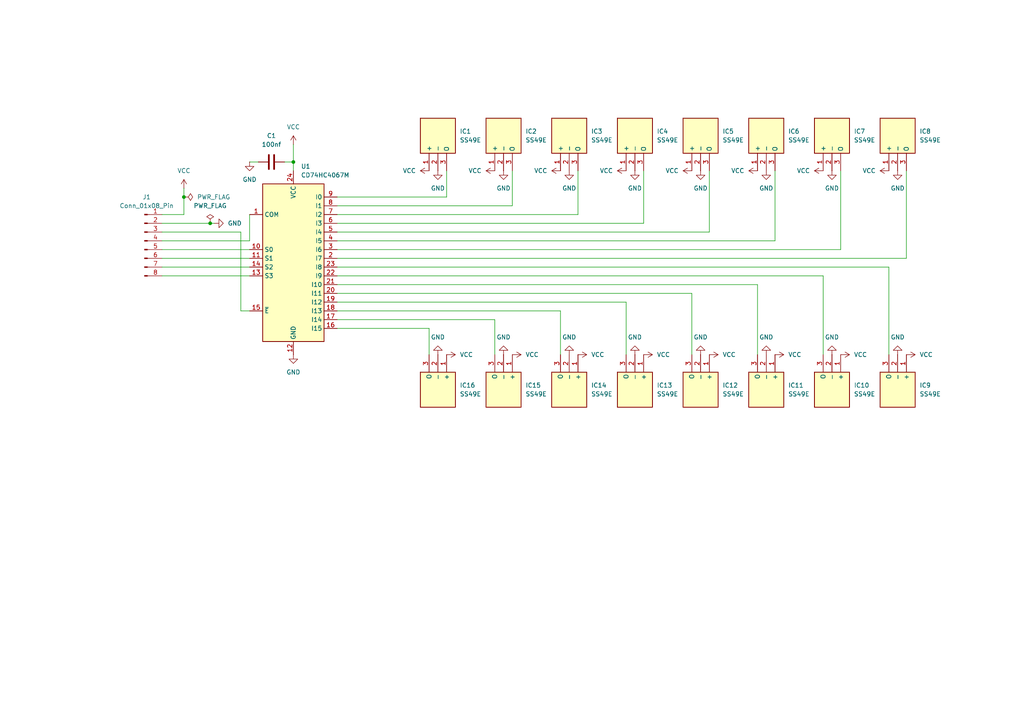
<source format=kicad_sch>
(kicad_sch (version 20231120) (generator "eeschema") (generator_version "8.0")
  (paper "A4")
  (title_block (title "Chessboard Hardware - Sensor quarter") (rev "0") (comment 1 "This is only one quarter of the entire sensing array.") (comment 2 "An Arduino Nano is expected to handle all four sensing quarters."))
  (lib_symbols
    (symbol "74xx:CD74HC4067M"
      (property "Reference" "U" (at -8.89 22.86 0))
      (property "Value" "CD74HC4067M" (at 1.27 22.86 0))
      (symbol "CD74HC4067M_0_1"
        (rectangle (start -8.89 21.59) (end 8.89 -24.13) (stroke (width 0.254)) (fill (type background)))
      )
      (symbol "CD74HC4067M_1_1"
        (pin passive line (at -12.7 12.7 0) (length 3.81) (name "COM") (number "1"))
        (pin input line (at -12.7 2.54 0) (length 3.81) (name "S0") (number "10"))
        (pin input line (at -12.7 0 0) (length 3.81) (name "S1") (number "11"))
        (pin power_in line (at 0 -27.94 90) (length 3.81) (name "GND") (number "12"))
        (pin input line (at -12.7 -5.08 0) (length 3.81) (name "S3") (number "13"))
        (pin input line (at -12.7 -2.54 0) (length 3.81) (name "S2") (number "14"))
        (pin input line (at -12.7 -15.24 0) (length 3.81) (name "~{E}") (number "15"))
        (pin passive line (at 12.7 -20.32 180) (length 3.81) (name "I15") (number "16"))
        (pin passive line (at 12.7 -17.78 180) (length 3.81) (name "I14") (number "17"))
        (pin passive line (at 12.7 -15.24 180) (length 3.81) (name "I13") (number "18"))
        (pin passive line (at 12.7 -12.7 180) (length 3.81) (name "I12") (number "19"))
        (pin passive line (at 12.7 0 180) (length 3.81) (name "I7") (number "2"))
        (pin passive line (at 12.7 -10.16 180) (length 3.81) (name "I11") (number "20"))
        (pin passive line (at 12.7 -7.62 180) (length 3.81) (name "I10") (number "21"))
        (pin passive line (at 12.7 -5.08 180) (length 3.81) (name "I9") (number "22"))
        (pin passive line (at 12.7 -2.54 180) (length 3.81) (name "I8") (number "23"))
        (pin power_in line (at 0 25.4 270) (length 3.81) (name "VCC") (number "24"))
        (pin passive line (at 12.7 2.54 180) (length 3.81) (name "I6") (number "3"))
        (pin passive line (at 12.7 5.08 180) (length 3.81) (name "I5") (number "4"))
        (pin passive line (at 12.7 7.62 180) (length 3.81) (name "I4") (number "5"))
        (pin passive line (at 12.7 10.16 180) (length 3.81) (name "I3") (number "6"))
        (pin passive line (at 12.7 12.7 180) (length 3.81) (name "I2") (number "7"))
        (pin passive line (at 12.7 15.24 180) (length 3.81) (name "I1") (number "8"))
        (pin passive line (at 12.7 17.78 180) (length 3.81) (name "I0") (number "9"))
      )
    )
    (symbol "Connector:Conn_01x08_Pin" (pin_names (offset 1.016) hide)
      (property "Reference" "J" (at 0 10.16 0))
      (property "Value" "Conn_01x08_Pin" (at 0 -12.7 0))
      (symbol "Conn_01x08_Pin_1_1"
        (polyline (pts (xy 1.27 -10.16) (xy 0.8636 -10.16)) (stroke (width 0.1524)))
        (polyline (pts (xy 1.27 -7.62) (xy 0.8636 -7.62)) (stroke (width 0.1524)))
        (polyline (pts (xy 1.27 -5.08) (xy 0.8636 -5.08)) (stroke (width 0.1524)))
        (polyline (pts (xy 1.27 -2.54) (xy 0.8636 -2.54)) (stroke (width 0.1524)))
        (polyline (pts (xy 1.27 0) (xy 0.8636 0)) (stroke (width 0.1524)))
        (polyline (pts (xy 1.27 2.54) (xy 0.8636 2.54)) (stroke (width 0.1524)))
        (polyline (pts (xy 1.27 5.08) (xy 0.8636 5.08)) (stroke (width 0.1524)))
        (polyline (pts (xy 1.27 7.62) (xy 0.8636 7.62)) (stroke (width 0.1524)))
        (rectangle (start 0.8636 -10.033) (end 0 -10.287) (stroke (width 0.1524)) (fill (type outline)))
        (rectangle (start 0.8636 -7.493) (end 0 -7.747) (stroke (width 0.1524)) (fill (type outline)))
        (rectangle (start 0.8636 -4.953) (end 0 -5.207) (stroke (width 0.1524)) (fill (type outline)))
        (rectangle (start 0.8636 -2.413) (end 0 -2.667) (stroke (width 0.1524)) (fill (type outline)))
        (rectangle (start 0.8636 0.127) (end 0 -0.127) (stroke (width 0.1524)) (fill (type outline)))
        (rectangle (start 0.8636 2.667) (end 0 2.413) (stroke (width 0.1524)) (fill (type outline)))
        (rectangle (start 0.8636 5.207) (end 0 4.953) (stroke (width 0.1524)) (fill (type outline)))
        (rectangle (start 0.8636 7.747) (end 0 7.493) (stroke (width 0.1524)) (fill (type outline)))
        (pin passive line (at 5.08 7.62 180) (length 3.81) (name "Pin_1") (number "1"))
        (pin passive line (at 5.08 5.08 180) (length 3.81) (name "Pin_2") (number "2"))
        (pin passive line (at 5.08 2.54 180) (length 3.81) (name "Pin_3") (number "3"))
        (pin passive line (at 5.08 0 180) (length 3.81) (name "Pin_4") (number "4"))
        (pin passive line (at 5.08 -2.54 180) (length 3.81) (name "Pin_5") (number "5"))
        (pin passive line (at 5.08 -5.08 180) (length 3.81) (name "Pin_6") (number "6"))
        (pin passive line (at 5.08 -7.62 180) (length 3.81) (name "Pin_7") (number "7"))
        (pin passive line (at 5.08 -10.16 180) (length 3.81) (name "Pin_8") (number "8"))
      )
    )
    (symbol "Custom SamacSys Symbols:SS49E"
      (property "Reference" "IC" (at 16.51 7.62 0))
      (property "Value" "SS49E" (at 16.51 5.08 0))
      (symbol "SS49E_1_1"
        (rectangle (start 5.08 2.54) (end 15.24 -7.62) (stroke (width 0.254)) (fill (type background)))
        (pin passive line (at 0 0 0) (length 5.08) (name "+") (number "1"))
        (pin passive line (at 0 -2.54 0) (length 5.08) (name "-") (number "2"))
        (pin passive line (at 0 -5.08 0) (length 5.08) (name "O") (number "3"))
      )
    )
    (symbol "Device:C" (pin_numbers hide) (pin_names (offset 0.254))
      (property "Reference" "C" (at 0.635 2.54 0))
      (property "Value" "C" (at 0.635 -2.54 0))
      (symbol "C_0_1"
        (polyline (pts (xy -2.032 -0.762) (xy 2.032 -0.762)) (stroke (width 0.508)))
        (polyline (pts (xy -2.032 0.762) (xy 2.032 0.762)) (stroke (width 0.508)))
      )
      (symbol "C_1_1"
        (pin passive line (at 0 3.81 270) (length 2.794) (name "~") (number "1"))
        (pin passive line (at 0 -3.81 90) (length 2.794) (name "~") (number "2"))
      )
    )
    (symbol "SS49E_1"
      (property "Reference" "IC1" (at 11.4301 -8.89 90))
      (property "Value" "SS49E" (at 8.8901 -8.89 90))
      (symbol "SS49E_1_1_1"
        (rectangle (start 5.08 2.54) (end 15.24 -7.62) (stroke (width 0.254)) (fill (type background)))
        (pin passive line (at 0 0 0) (length 5.08) (name "+") (number "1"))
        (pin passive line (at 0 -2.54 0) (length 5.08) (name "-") (number "2"))
        (pin passive line (at 0 -5.08 0) (length 5.08) (name "O") (number "3"))
      )
    )
    (symbol "power:GND" (power) (pin_numbers hide) (pin_names (offset 0) hide)
      (property "Value" "GND" (at 0 -3.81 0))
      (symbol "GND_0_1"
        (polyline (pts (xy 0 0) (xy 0 -1.27) (xy 1.27 -1.27) (xy 0 -2.54) (xy -1.27 -1.27) (xy 0 -1.27)))
      )
      (symbol "GND_1_1"
        (pin power_in line (at 0 0 270) (length 0) (name "~") (number "1"))
      )
    )
    (symbol "power:PWR_FLAG" (power) (pin_numbers hide) (pin_names (offset 0) hide)
      (property "Value" "PWR_FLAG" (at 0 3.81 0))
      (symbol "PWR_FLAG_0_0"
        (pin power_out line (at 0 0 90) (length 0) (name "~") (number "1"))
      )
      (symbol "PWR_FLAG_0_1"
        (polyline (pts (xy 0 0) (xy 0 1.27) (xy -1.016 1.905) (xy 0 2.54) (xy 1.016 1.905) (xy 0 1.27)))
      )
    )
    (symbol "power:VCC" (power) (pin_numbers hide) (pin_names (offset 0) hide)
      (property "Value" "VCC" (at 0 3.556 0))
      (symbol "VCC_0_1"
        (polyline (pts (xy -0.762 1.27) (xy 0 2.54)))
        (polyline (pts (xy 0 0) (xy 0 2.54)))
        (polyline (pts (xy 0 2.54) (xy 0.762 1.27)))
      )
      (symbol "VCC_1_1"
        (pin power_in line (at 0 0 90) (length 0) (name "~") (number "1"))
      )
    )
  )
  (junction (at 60.96 64.77))
  (junction (at 85.09 46.99))
  (junction (at 53.34 57.15))
  (wire (pts (xy 186.69 49.53) (xy 186.69 64.77)))
  (wire (pts (xy 72.39 46.99) (xy 74.93 46.99)))
  (wire (pts (xy 97.79 95.25) (xy 124.46 95.25)))
  (wire (pts (xy 46.99 77.47) (xy 72.39 77.47)))
  (wire (pts (xy 181.61 87.63) (xy 181.61 102.87)))
  (wire (pts (xy 97.79 87.63) (xy 181.61 87.63)))
  (wire (pts (xy 129.54 57.15) (xy 97.79 57.15)))
  (wire (pts (xy 224.79 49.53) (xy 224.79 69.85)))
  (wire (pts (xy 46.99 67.31) (xy 69.85 67.31)))
  (wire (pts (xy 200.66 85.09) (xy 200.66 102.87)))
  (wire (pts (xy 143.51 92.71) (xy 143.51 102.87)))
  (wire (pts (xy 257.81 77.47) (xy 257.81 102.87)))
  (wire (pts (xy 162.56 90.17) (xy 162.56 102.87)))
  (wire (pts (xy 72.39 69.85) (xy 72.39 62.23)))
  (wire (pts (xy 53.34 57.15) (xy 53.34 54.61)))
  (wire (pts (xy 124.46 95.25) (xy 124.46 102.87)))
  (wire (pts (xy 97.79 67.31) (xy 205.74 67.31)))
  (wire (pts (xy 46.99 74.93) (xy 72.39 74.93)))
  (wire (pts (xy 97.79 92.71) (xy 143.51 92.71)))
  (wire (pts (xy 72.39 90.17) (xy 69.85 90.17)))
  (wire (pts (xy 129.54 49.53) (xy 129.54 57.15)))
  (wire (pts (xy 82.55 46.99) (xy 85.09 46.99)))
  (wire (pts (xy 85.09 41.91) (xy 85.09 46.99)))
  (wire (pts (xy 46.99 64.77) (xy 60.96 64.77)))
  (wire (pts (xy 97.79 80.01) (xy 238.76 80.01)))
  (wire (pts (xy 53.34 62.23) (xy 53.34 57.15)))
  (wire (pts (xy 219.71 82.55) (xy 97.79 82.55)))
  (wire (pts (xy 205.74 49.53) (xy 205.74 67.31)))
  (wire (pts (xy 46.99 80.01) (xy 72.39 80.01)))
  (wire (pts (xy 148.59 49.53) (xy 148.59 59.69)))
  (wire (pts (xy 97.79 85.09) (xy 200.66 85.09)))
  (wire (pts (xy 97.79 90.17) (xy 162.56 90.17)))
  (wire (pts (xy 97.79 77.47) (xy 257.81 77.47)))
  (wire (pts (xy 97.79 59.69) (xy 148.59 59.69)))
  (wire (pts (xy 46.99 72.39) (xy 72.39 72.39)))
  (wire (pts (xy 97.79 69.85) (xy 224.79 69.85)))
  (wire (pts (xy 97.79 64.77) (xy 186.69 64.77)))
  (wire (pts (xy 262.89 49.53) (xy 262.89 74.93)))
  (wire (pts (xy 97.79 72.39) (xy 243.84 72.39)))
  (wire (pts (xy 46.99 62.23) (xy 53.34 62.23)))
  (wire (pts (xy 219.71 82.55) (xy 219.71 102.87)))
  (wire (pts (xy 85.09 46.99) (xy 85.09 49.53)))
  (wire (pts (xy 97.79 62.23) (xy 167.64 62.23)))
  (wire (pts (xy 167.64 49.53) (xy 167.64 62.23)))
  (wire (pts (xy 69.85 90.17) (xy 69.85 67.31)))
  (wire (pts (xy 243.84 49.53) (xy 243.84 72.39)))
  (wire (pts (xy 46.99 69.85) (xy 72.39 69.85)))
  (wire (pts (xy 238.76 80.01) (xy 238.76 102.87)))
  (wire (pts (xy 60.96 64.77) (xy 62.23 64.77)))
  (wire (pts (xy 97.79 74.93) (xy 262.89 74.93)))
  (symbol (lib_id "Custom SamacSys Symbols:SS49E") (at 205.74 102.87 270) (unit 1)
    (property "Reference" "IC12" (at 209.55 111.7599 90) (effects (justify left)))
    (property "Value" "SS49E" (at 209.55 114.2999 90) (effects (justify left)))
    (property "Footprint" "Custom SamacSys Footprints:TO130P160X410X300-3P" (effects (hide yes)))
    (property "Datasheet" "https://datasheet.datasheetarchive.com/originals/distributors/SFDatasheet-1/sf-00023632.pdf" (effects (hide yes)))
    (property "Description" "Honeywell Ratiometric Hall Effect Sensor switching current 1.5 mA supply voltage 2.7  6.5 V dc" (effects (hide yes)))
    (property "Height" "1.6" (effects (hide yes)))
    (property "Manufacturer_Name" "Honeywell" (effects (hide yes)))
    (property "Manufacturer_Part_Number" "SS49E" (effects (hide yes)))
    (property "Mouser Part Number" "785-SS49E" (effects (hide yes)))
    (property "Mouser Price/Stock" "https://www.mouser.co.uk/ProductDetail/Honeywell/SS49E?qs=%2Ffq2y7sSKcJBD3o5K2Vcgg%3D%3D" (effects (hide yes)))
    (property "Arrow Part Number" "SS49E" (effects (hide yes)))
    (property "Arrow Price/Stock" "https://www.arrow.com/en/products/ss49e/honeywell?region=europe" (effects (hide yes)))
    (property "DigiKey Price/Stock" "https://www.digikey.com/short/592nmtp5" (effects (hide yes)))
  )
  (symbol (lib_id "power:GND") (at 62.23 64.77 90) (unit 1)
    (property "Reference" "#PWR036" (effects (hide yes)))
    (property "Value" "GND" (at 66.04 64.7699 90) (effects (justify right)))
    (property "Description" "Power symbol creates a global label with name \"GND\" , ground" (effects (hide yes)))
  )
  (symbol (lib_id "power:GND") (at 241.3 49.53 0) (unit 1)
    (property "Reference" "#PWR017" (effects (hide yes)))
    (property "Value" "GND" (at 241.3 54.61 0))
    (property "Description" "Power symbol creates a global label with name \"GND\" , ground" (effects (hide yes)))
  )
  (symbol (lib_id "power:VCC") (at 219.71 49.53 90) (unit 1)
    (property "Reference" "#PWR014" (effects (hide yes)))
    (property "Value" "VCC" (at 215.9 49.5299 90) (effects (justify left)))
    (property "Description" "Power symbol creates a global label with name \"VCC\"" (effects (hide yes)))
  )
  (symbol (lib_id "power:VCC") (at 224.79 102.87 270) (unit 1)
    (property "Reference" "#PWR027" (effects (hide yes)))
    (property "Value" "VCC" (at 228.6 102.8699 90) (effects (justify left)))
    (property "Description" "Power symbol creates a global label with name \"VCC\"" (effects (hide yes)))
  )
  (symbol (lib_id "power:VCC") (at 262.89 102.87 270) (unit 1)
    (property "Reference" "#PWR020" (effects (hide yes)))
    (property "Value" "VCC" (at 266.7 102.8699 90) (effects (justify left)))
    (property "Description" "Power symbol creates a global label with name \"VCC\"" (effects (hide yes)))
  )
  (symbol (lib_id "power:GND") (at 184.15 49.53 0) (unit 1)
    (property "Reference" "#PWR011" (effects (hide yes)))
    (property "Value" "GND" (at 184.15 54.61 0))
    (property "Description" "Power symbol creates a global label with name \"GND\" , ground" (effects (hide yes)))
  )
  (symbol (lib_id "power:PWR_FLAG") (at 53.34 57.15 270) (unit 1)
    (property "Reference" "#FLG02" (effects (hide yes)))
    (property "Value" "PWR_FLAG" (at 57.15 57.1499 90) (effects (justify left)))
    (property "Description" "Special symbol for telling ERC where power comes from" (effects (hide yes)))
  )
  (symbol (lib_id "Custom SamacSys Symbols:SS49E") (at 162.56 49.53 90) (unit 1)
    (property "Reference" "IC3" (at 171.45 38.0999 90) (effects (justify right)))
    (property "Value" "SS49E" (at 171.45 40.6399 90) (effects (justify right)))
    (property "Footprint" "Custom SamacSys Footprints:TO130P160X410X300-3P" (effects (hide yes)))
    (property "Datasheet" "https://datasheet.datasheetarchive.com/originals/distributors/SFDatasheet-1/sf-00023632.pdf" (effects (hide yes)))
    (property "Description" "Honeywell Ratiometric Hall Effect Sensor switching current 1.5 mA supply voltage 2.7  6.5 V dc" (effects (hide yes)))
    (property "Height" "1.6" (effects (hide yes)))
    (property "Manufacturer_Name" "Honeywell" (effects (hide yes)))
    (property "Manufacturer_Part_Number" "SS49E" (effects (hide yes)))
    (property "Mouser Part Number" "785-SS49E" (effects (hide yes)))
    (property "Mouser Price/Stock" "https://www.mouser.co.uk/ProductDetail/Honeywell/SS49E?qs=%2Ffq2y7sSKcJBD3o5K2Vcgg%3D%3D" (effects (hide yes)))
    (property "Arrow Part Number" "SS49E" (effects (hide yes)))
    (property "Arrow Price/Stock" "https://www.arrow.com/en/products/ss49e/honeywell?region=europe" (effects (hide yes)))
    (property "DigiKey Price/Stock" "https://www.digikey.com/short/592nmtp5" (effects (hide yes)))
  )
  (symbol (lib_id "power:GND") (at 222.25 49.53 0) (unit 1)
    (property "Reference" "#PWR015" (effects (hide yes)))
    (property "Value" "GND" (at 222.25 54.61 0))
    (property "Description" "Power symbol creates a global label with name \"GND\" , ground" (effects (hide yes)))
  )
  (symbol (lib_id "power:GND") (at 203.2 49.53 0) (unit 1)
    (property "Reference" "#PWR013" (effects (hide yes)))
    (property "Value" "GND" (at 203.2 54.61 0))
    (property "Description" "Power symbol creates a global label with name \"GND\" , ground" (effects (hide yes)))
  )
  (symbol (lib_id "74xx:CD74HC4067M") (at 85.09 74.93 0) (unit 1)
    (property "Reference" "U1" (at 87.2841 48.26 0) (effects (justify left)))
    (property "Value" "CD74HC4067M" (at 87.2841 50.8 0) (effects (justify left)))
    (property "Footprint" "Package_SO:SOIC-24W_7.5x15.4mm_P1.27mm" (effects (hide yes)))
    (property "Datasheet" "http://www.ti.com/lit/ds/symlink/cd74hc4067.pdf" (effects (hide yes)))
    (property "Description" "High-Speed CMOS Logic 16-Channel Analog Multiplexer/Demultiplexer, SOIC-24" (effects (hide yes)))
    (property "DigiKey Price/Stock" "https://www.digikey.com/short/0jjmqb9w" (effects (hide yes)))
  )
  (symbol (lib_id "power:GND") (at 203.2 102.87 180) (unit 1)
    (property "Reference" "#PWR024" (effects (hide yes)))
    (property "Value" "GND" (at 203.2 97.79 0))
    (property "Description" "Power symbol creates a global label with name \"GND\" , ground" (effects (hide yes)))
  )
  (symbol (lib_id "power:GND") (at 241.3 102.87 180) (unit 1)
    (property "Reference" "#PWR022" (effects (hide yes)))
    (property "Value" "GND" (at 241.3 97.79 0))
    (property "Description" "Power symbol creates a global label with name \"GND\" , ground" (effects (hide yes)))
  )
  (symbol (lib_id "power:VCC") (at 124.46 49.53 90) (unit 1)
    (property "Reference" "#PWR04" (effects (hide yes)))
    (property "Value" "VCC" (at 120.65 49.5299 90) (effects (justify left)))
    (property "Description" "Power symbol creates a global label with name \"VCC\"" (effects (hide yes)))
  )
  (symbol (lib_id "power:GND") (at 127 49.53 0) (unit 1)
    (property "Reference" "#PWR05" (effects (hide yes)))
    (property "Value" "GND" (at 127 54.61 0))
    (property "Description" "Power symbol creates a global label with name \"GND\" , ground" (effects (hide yes)))
  )
  (symbol (lib_id "power:VCC") (at 257.81 49.53 90) (unit 1)
    (property "Reference" "#PWR018" (effects (hide yes)))
    (property "Value" "VCC" (at 254 49.5299 90) (effects (justify left)))
    (property "Description" "Power symbol creates a global label with name \"VCC\"" (effects (hide yes)))
  )
  (symbol (lib_id "Custom SamacSys Symbols:SS49E") (at 167.64 102.87 270) (unit 1)
    (property "Reference" "IC14" (at 171.45 111.7599 90) (effects (justify left)))
    (property "Value" "SS49E" (at 171.45 114.2999 90) (effects (justify left)))
    (property "Footprint" "Custom SamacSys Footprints:TO130P160X410X300-3P" (effects (hide yes)))
    (property "Datasheet" "https://datasheet.datasheetarchive.com/originals/distributors/SFDatasheet-1/sf-00023632.pdf" (effects (hide yes)))
    (property "Description" "Honeywell Ratiometric Hall Effect Sensor switching current 1.5 mA supply voltage 2.7  6.5 V dc" (effects (hide yes)))
    (property "Height" "1.6" (effects (hide yes)))
    (property "Manufacturer_Name" "Honeywell" (effects (hide yes)))
    (property "Manufacturer_Part_Number" "SS49E" (effects (hide yes)))
    (property "Mouser Part Number" "785-SS49E" (effects (hide yes)))
    (property "Mouser Price/Stock" "https://www.mouser.co.uk/ProductDetail/Honeywell/SS49E?qs=%2Ffq2y7sSKcJBD3o5K2Vcgg%3D%3D" (effects (hide yes)))
    (property "Arrow Part Number" "SS49E" (effects (hide yes)))
    (property "Arrow Price/Stock" "https://www.arrow.com/en/products/ss49e/honeywell?region=europe" (effects (hide yes)))
    (property "DigiKey Price/Stock" "https://www.digikey.com/short/592nmtp5" (effects (hide yes)))
  )
  (symbol (lib_id "power:GND") (at 146.05 49.53 0) (unit 1)
    (property "Reference" "#PWR07" (effects (hide yes)))
    (property "Value" "GND" (at 146.05 54.61 0))
    (property "Description" "Power symbol creates a global label with name \"GND\" , ground" (effects (hide yes)))
  )
  (symbol (lib_id "power:VCC") (at 186.69 102.87 270) (unit 1)
    (property "Reference" "#PWR035" (effects (hide yes)))
    (property "Value" "VCC" (at 190.5 102.8699 90) (effects (justify left)))
    (property "Description" "Power symbol creates a global label with name \"VCC\"" (effects (hide yes)))
  )
  (symbol (lib_id "Custom SamacSys Symbols:SS49E") (at 243.84 102.87 270) (unit 1)
    (property "Reference" "IC10" (at 247.65 111.7599 90) (effects (justify left)))
    (property "Value" "SS49E" (at 247.65 114.2999 90) (effects (justify left)))
    (property "Footprint" "Custom SamacSys Footprints:TO130P160X410X300-3P" (effects (hide yes)))
    (property "Datasheet" "https://datasheet.datasheetarchive.com/originals/distributors/SFDatasheet-1/sf-00023632.pdf" (effects (hide yes)))
    (property "Description" "Honeywell Ratiometric Hall Effect Sensor switching current 1.5 mA supply voltage 2.7  6.5 V dc" (effects (hide yes)))
    (property "Height" "1.6" (effects (hide yes)))
    (property "Manufacturer_Name" "Honeywell" (effects (hide yes)))
    (property "Manufacturer_Part_Number" "SS49E" (effects (hide yes)))
    (property "Mouser Part Number" "785-SS49E" (effects (hide yes)))
    (property "Mouser Price/Stock" "https://www.mouser.co.uk/ProductDetail/Honeywell/SS49E?qs=%2Ffq2y7sSKcJBD3o5K2Vcgg%3D%3D" (effects (hide yes)))
    (property "Arrow Part Number" "SS49E" (effects (hide yes)))
    (property "Arrow Price/Stock" "https://www.arrow.com/en/products/ss49e/honeywell?region=europe" (effects (hide yes)))
    (property "DigiKey Price/Stock" "https://www.digikey.com/short/592nmtp5" (effects (hide yes)))
  )
  (symbol (lib_id "Custom SamacSys Symbols:SS49E") (at 148.59 102.87 270) (unit 1)
    (property "Reference" "IC15" (at 152.4 111.7599 90) (effects (justify left)))
    (property "Value" "SS49E" (at 152.4 114.2999 90) (effects (justify left)))
    (property "Footprint" "Custom SamacSys Footprints:TO130P160X410X300-3P" (effects (hide yes)))
    (property "Datasheet" "https://datasheet.datasheetarchive.com/originals/distributors/SFDatasheet-1/sf-00023632.pdf" (effects (hide yes)))
    (property "Description" "Honeywell Ratiometric Hall Effect Sensor switching current 1.5 mA supply voltage 2.7  6.5 V dc" (effects (hide yes)))
    (property "Height" "1.6" (effects (hide yes)))
    (property "Manufacturer_Name" "Honeywell" (effects (hide yes)))
    (property "Manufacturer_Part_Number" "SS49E" (effects (hide yes)))
    (property "Mouser Part Number" "785-SS49E" (effects (hide yes)))
    (property "Mouser Price/Stock" "https://www.mouser.co.uk/ProductDetail/Honeywell/SS49E?qs=%2Ffq2y7sSKcJBD3o5K2Vcgg%3D%3D" (effects (hide yes)))
    (property "Arrow Part Number" "SS49E" (effects (hide yes)))
    (property "Arrow Price/Stock" "https://www.arrow.com/en/products/ss49e/honeywell?region=europe" (effects (hide yes)))
    (property "DigiKey Price/Stock" "https://www.digikey.com/short/592nmtp5" (effects (hide yes)))
  )
  (symbol (lib_id "Connector:Conn_01x08_Pin") (at 41.91 69.85 0) (unit 1)
    (property "Reference" "J1" (at 42.545 57.15 0))
    (property "Value" "Conn_01x08_Pin" (at 42.545 59.69 0))
    (property "Footprint" "Connector_PinHeader_2.54mm:PinHeader_1x08_P2.54mm_Vertical" (effects (hide yes)))
    (property "Description" "Generic connector, single row, 01x08, script generated" (effects (hide yes)))
  )
  (symbol (lib_id "power:VCC") (at 162.56 49.53 90) (unit 1)
    (property "Reference" "#PWR08" (effects (hide yes)))
    (property "Value" "VCC" (at 158.75 49.5299 90) (effects (justify left)))
    (property "Description" "Power symbol creates a global label with name \"VCC\"" (effects (hide yes)))
  )
  (symbol (lib_id "power:VCC") (at 85.09 41.91 0) (unit 1)
    (property "Reference" "#PWR01" (effects (hide yes)))
    (property "Value" "VCC" (at 85.09 36.83 0))
    (property "Description" "Power symbol creates a global label with name \"VCC\"" (effects (hide yes)))
  )
  (symbol (lib_id "power:VCC") (at 205.74 102.87 270) (unit 1)
    (property "Reference" "#PWR025" (effects (hide yes)))
    (property "Value" "VCC" (at 209.55 102.8699 90) (effects (justify left)))
    (property "Description" "Power symbol creates a global label with name \"VCC\"" (effects (hide yes)))
  )
  (symbol (lib_id "power:GND") (at 146.05 102.87 180) (unit 1)
    (property "Reference" "#PWR030" (effects (hide yes)))
    (property "Value" "GND" (at 146.05 97.79 0))
    (property "Description" "Power symbol creates a global label with name \"GND\" , ground" (effects (hide yes)))
  )
  (symbol (lib_id "power:GND") (at 260.35 49.53 0) (unit 1)
    (property "Reference" "#PWR019" (effects (hide yes)))
    (property "Value" "GND" (at 260.35 54.61 0))
    (property "Description" "Power symbol creates a global label with name \"GND\" , ground" (effects (hide yes)))
  )
  (symbol (lib_id "power:VCC") (at 53.34 54.61 0) (unit 1)
    (property "Reference" "#PWR037" (effects (hide yes)))
    (property "Value" "VCC" (at 53.34 49.53 0))
    (property "Description" "Power symbol creates a global label with name \"VCC\"" (effects (hide yes)))
  )
  (symbol (lib_id "Custom SamacSys Symbols:SS49E") (at 219.71 49.53 90) (unit 1)
    (property "Reference" "IC6" (at 228.6 38.0999 90) (effects (justify right)))
    (property "Value" "SS49E" (at 228.6 40.6399 90) (effects (justify right)))
    (property "Footprint" "Custom SamacSys Footprints:TO130P160X410X300-3P" (effects (hide yes)))
    (property "Datasheet" "https://datasheet.datasheetarchive.com/originals/distributors/SFDatasheet-1/sf-00023632.pdf" (effects (hide yes)))
    (property "Description" "Honeywell Ratiometric Hall Effect Sensor switching current 1.5 mA supply voltage 2.7  6.5 V dc" (effects (hide yes)))
    (property "Height" "1.6" (effects (hide yes)))
    (property "Manufacturer_Name" "Honeywell" (effects (hide yes)))
    (property "Manufacturer_Part_Number" "SS49E" (effects (hide yes)))
    (property "Mouser Part Number" "785-SS49E" (effects (hide yes)))
    (property "Mouser Price/Stock" "https://www.mouser.co.uk/ProductDetail/Honeywell/SS49E?qs=%2Ffq2y7sSKcJBD3o5K2Vcgg%3D%3D" (effects (hide yes)))
    (property "Arrow Part Number" "SS49E" (effects (hide yes)))
    (property "Arrow Price/Stock" "https://www.arrow.com/en/products/ss49e/honeywell?region=europe" (effects (hide yes)))
    (property "DigiKey Price/Stock" "https://www.digikey.com/short/592nmtp5" (effects (hide yes)))
  )
  (symbol (lib_id "Custom SamacSys Symbols:SS49E") (at 200.66 49.53 90) (unit 1)
    (property "Reference" "IC5" (at 209.55 38.0999 90) (effects (justify right)))
    (property "Value" "SS49E" (at 209.55 40.6399 90) (effects (justify right)))
    (property "Footprint" "Custom SamacSys Footprints:TO130P160X410X300-3P" (effects (hide yes)))
    (property "Datasheet" "https://datasheet.datasheetarchive.com/originals/distributors/SFDatasheet-1/sf-00023632.pdf" (effects (hide yes)))
    (property "Description" "Honeywell Ratiometric Hall Effect Sensor switching current 1.5 mA supply voltage 2.7  6.5 V dc" (effects (hide yes)))
    (property "Height" "1.6" (effects (hide yes)))
    (property "Manufacturer_Name" "Honeywell" (effects (hide yes)))
    (property "Manufacturer_Part_Number" "SS49E" (effects (hide yes)))
    (property "Mouser Part Number" "785-SS49E" (effects (hide yes)))
    (property "Mouser Price/Stock" "https://www.mouser.co.uk/ProductDetail/Honeywell/SS49E?qs=%2Ffq2y7sSKcJBD3o5K2Vcgg%3D%3D" (effects (hide yes)))
    (property "Arrow Part Number" "SS49E" (effects (hide yes)))
    (property "Arrow Price/Stock" "https://www.arrow.com/en/products/ss49e/honeywell?region=europe" (effects (hide yes)))
    (property "DigiKey Price/Stock" "https://www.digikey.com/short/592nmtp5" (effects (hide yes)))
  )
  (symbol (lib_id "power:VCC") (at 129.54 102.87 270) (unit 1)
    (property "Reference" "#PWR029" (effects (hide yes)))
    (property "Value" "VCC" (at 133.35 102.8699 90) (effects (justify left)))
    (property "Description" "Power symbol creates a global label with name \"VCC\"" (effects (hide yes)))
  )
  (symbol (lib_id "power:GND") (at 165.1 102.87 180) (unit 1)
    (property "Reference" "#PWR032" (effects (hide yes)))
    (property "Value" "GND" (at 165.1 97.79 0))
    (property "Description" "Power symbol creates a global label with name \"GND\" , ground" (effects (hide yes)))
  )
  (symbol (lib_id "power:VCC") (at 143.51 49.53 90) (unit 1)
    (property "Reference" "#PWR06" (effects (hide yes)))
    (property "Value" "VCC" (at 139.7 49.5299 90) (effects (justify left)))
    (property "Description" "Power symbol creates a global label with name \"VCC\"" (effects (hide yes)))
  )
  (symbol (lib_id "power:GND") (at 85.09 102.87 0) (unit 1)
    (property "Reference" "#PWR02" (effects (hide yes)))
    (property "Value" "GND" (at 85.09 107.95 0))
    (property "Description" "Power symbol creates a global label with name \"GND\" , ground" (effects (hide yes)))
  )
  (symbol (lib_id "Custom SamacSys Symbols:SS49E") (at 257.81 49.53 90) (unit 1)
    (property "Reference" "IC8" (at 266.7 38.0999 90) (effects (justify right)))
    (property "Value" "SS49E" (at 266.7 40.6399 90) (effects (justify right)))
    (property "Footprint" "Custom SamacSys Footprints:TO130P160X410X300-3P" (effects (hide yes)))
    (property "Datasheet" "https://datasheet.datasheetarchive.com/originals/distributors/SFDatasheet-1/sf-00023632.pdf" (effects (hide yes)))
    (property "Description" "Honeywell Ratiometric Hall Effect Sensor switching current 1.5 mA supply voltage 2.7  6.5 V dc" (effects (hide yes)))
    (property "Height" "1.6" (effects (hide yes)))
    (property "Manufacturer_Name" "Honeywell" (effects (hide yes)))
    (property "Manufacturer_Part_Number" "SS49E" (effects (hide yes)))
    (property "Mouser Part Number" "785-SS49E" (effects (hide yes)))
    (property "Mouser Price/Stock" "https://www.mouser.co.uk/ProductDetail/Honeywell/SS49E?qs=%2Ffq2y7sSKcJBD3o5K2Vcgg%3D%3D" (effects (hide yes)))
    (property "Arrow Part Number" "SS49E" (effects (hide yes)))
    (property "Arrow Price/Stock" "https://www.arrow.com/en/products/ss49e/honeywell?region=europe" (effects (hide yes)))
    (property "DigiKey Price/Stock" "https://www.digikey.com/short/592nmtp5" (effects (hide yes)))
  )
  (symbol (lib_id "power:VCC") (at 243.84 102.87 270) (unit 1)
    (property "Reference" "#PWR023" (effects (hide yes)))
    (property "Value" "VCC" (at 247.65 102.8699 90) (effects (justify left)))
    (property "Description" "Power symbol creates a global label with name \"VCC\"" (effects (hide yes)))
  )
  (symbol (lib_id "Custom SamacSys Symbols:SS49E") (at 262.89 102.87 270) (unit 1)
    (property "Reference" "IC9" (at 266.7 111.7599 90) (effects (justify left)))
    (property "Value" "SS49E" (at 266.7 114.2999 90) (effects (justify left)))
    (property "Footprint" "Custom SamacSys Footprints:TO130P160X410X300-3P" (effects (hide yes)))
    (property "Datasheet" "https://datasheet.datasheetarchive.com/originals/distributors/SFDatasheet-1/sf-00023632.pdf" (effects (hide yes)))
    (property "Description" "Honeywell Ratiometric Hall Effect Sensor switching current 1.5 mA supply voltage 2.7  6.5 V dc" (effects (hide yes)))
    (property "Height" "1.6" (effects (hide yes)))
    (property "Manufacturer_Name" "Honeywell" (effects (hide yes)))
    (property "Manufacturer_Part_Number" "SS49E" (effects (hide yes)))
    (property "Mouser Part Number" "785-SS49E" (effects (hide yes)))
    (property "Mouser Price/Stock" "https://www.mouser.co.uk/ProductDetail/Honeywell/SS49E?qs=%2Ffq2y7sSKcJBD3o5K2Vcgg%3D%3D" (effects (hide yes)))
    (property "Arrow Part Number" "SS49E" (effects (hide yes)))
    (property "Arrow Price/Stock" "https://www.arrow.com/en/products/ss49e/honeywell?region=europe" (effects (hide yes)))
    (property "DigiKey Price/Stock" "https://www.digikey.com/short/592nmtp5" (effects (hide yes)))
  )
  (symbol (lib_id "Custom SamacSys Symbols:SS49E") (at 143.51 49.53 90) (unit 1)
    (property "Reference" "IC2" (at 152.4 38.0999 90) (effects (justify right)))
    (property "Value" "SS49E" (at 152.4 40.6399 90) (effects (justify right)))
    (property "Footprint" "Custom SamacSys Footprints:TO130P160X410X300-3P" (effects (hide yes)))
    (property "Datasheet" "https://datasheet.datasheetarchive.com/originals/distributors/SFDatasheet-1/sf-00023632.pdf" (effects (hide yes)))
    (property "Description" "Honeywell Ratiometric Hall Effect Sensor switching current 1.5 mA supply voltage 2.7  6.5 V dc" (effects (hide yes)))
    (property "Height" "1.6" (effects (hide yes)))
    (property "Manufacturer_Name" "Honeywell" (effects (hide yes)))
    (property "Manufacturer_Part_Number" "SS49E" (effects (hide yes)))
    (property "Mouser Part Number" "785-SS49E" (effects (hide yes)))
    (property "Mouser Price/Stock" "https://www.mouser.co.uk/ProductDetail/Honeywell/SS49E?qs=%2Ffq2y7sSKcJBD3o5K2Vcgg%3D%3D" (effects (hide yes)))
    (property "Arrow Part Number" "SS49E" (effects (hide yes)))
    (property "Arrow Price/Stock" "https://www.arrow.com/en/products/ss49e/honeywell?region=europe" (effects (hide yes)))
    (property "DigiKey Price/Stock" "https://www.digikey.com/short/592nmtp5" (effects (hide yes)))
  )
  (symbol (lib_id "Custom SamacSys Symbols:SS49E") (at 129.54 102.87 270) (unit 1)
    (property "Reference" "IC16" (at 133.35 111.7599 90) (effects (justify left)))
    (property "Value" "SS49E" (at 133.35 114.2999 90) (effects (justify left)))
    (property "Footprint" "Custom SamacSys Footprints:TO130P160X410X300-3P" (effects (hide yes)))
    (property "Datasheet" "https://datasheet.datasheetarchive.com/originals/distributors/SFDatasheet-1/sf-00023632.pdf" (effects (hide yes)))
    (property "Description" "Honeywell Ratiometric Hall Effect Sensor switching current 1.5 mA supply voltage 2.7  6.5 V dc" (effects (hide yes)))
    (property "Height" "1.6" (effects (hide yes)))
    (property "Manufacturer_Name" "Honeywell" (effects (hide yes)))
    (property "Manufacturer_Part_Number" "SS49E" (effects (hide yes)))
    (property "Mouser Part Number" "785-SS49E" (effects (hide yes)))
    (property "Mouser Price/Stock" "https://www.mouser.co.uk/ProductDetail/Honeywell/SS49E?qs=%2Ffq2y7sSKcJBD3o5K2Vcgg%3D%3D" (effects (hide yes)))
    (property "Arrow Part Number" "SS49E" (effects (hide yes)))
    (property "Arrow Price/Stock" "https://www.arrow.com/en/products/ss49e/honeywell?region=europe" (effects (hide yes)))
    (property "DigiKey Price/Stock" "https://www.digikey.com/short/592nmtp5" (effects (hide yes)))
  )
  (symbol (lib_id "power:GND") (at 165.1 49.53 0) (unit 1)
    (property "Reference" "#PWR09" (effects (hide yes)))
    (property "Value" "GND" (at 165.1 54.61 0))
    (property "Description" "Power symbol creates a global label with name \"GND\" , ground" (effects (hide yes)))
  )
  (symbol (lib_id "Device:C") (at 78.74 46.99 90) (unit 1)
    (property "Reference" "C1" (at 78.74 39.37 90))
    (property "Value" "100nf" (at 78.74 41.91 90))
    (property "Footprint" "Capacitor_THT:C_Disc_D5.0mm_W2.5mm_P2.50mm" (effects (hide yes)))
    (property "Description" "Unpolarized capacitor" (effects (hide yes)))
  )
  (symbol (lib_id "power:VCC") (at 148.59 102.87 270) (unit 1)
    (property "Reference" "#PWR031" (effects (hide yes)))
    (property "Value" "VCC" (at 152.4 102.8699 90) (effects (justify left)))
    (property "Description" "Power symbol creates a global label with name \"VCC\"" (effects (hide yes)))
  )
  (symbol (lib_id "Custom SamacSys Symbols:SS49E") (at 181.61 49.53 90) (unit 1)
    (property "Reference" "IC4" (at 190.5 38.0999 90) (effects (justify right)))
    (property "Value" "SS49E" (at 190.5 40.6399 90) (effects (justify right)))
    (property "Footprint" "Custom SamacSys Footprints:TO130P160X410X300-3P" (effects (hide yes)))
    (property "Datasheet" "https://datasheet.datasheetarchive.com/originals/distributors/SFDatasheet-1/sf-00023632.pdf" (effects (hide yes)))
    (property "Description" "Honeywell Ratiometric Hall Effect Sensor switching current 1.5 mA supply voltage 2.7  6.5 V dc" (effects (hide yes)))
    (property "Height" "1.6" (effects (hide yes)))
    (property "Manufacturer_Name" "Honeywell" (effects (hide yes)))
    (property "Manufacturer_Part_Number" "SS49E" (effects (hide yes)))
    (property "Mouser Part Number" "785-SS49E" (effects (hide yes)))
    (property "Mouser Price/Stock" "https://www.mouser.co.uk/ProductDetail/Honeywell/SS49E?qs=%2Ffq2y7sSKcJBD3o5K2Vcgg%3D%3D" (effects (hide yes)))
    (property "Arrow Part Number" "SS49E" (effects (hide yes)))
    (property "Arrow Price/Stock" "https://www.arrow.com/en/products/ss49e/honeywell?region=europe" (effects (hide yes)))
    (property "DigiKey Price/Stock" "https://www.digikey.com/short/592nmtp5" (effects (hide yes)))
  )
  (symbol (lib_id "power:GND") (at 260.35 102.87 180) (unit 1)
    (property "Reference" "#PWR021" (effects (hide yes)))
    (property "Value" "GND" (at 260.35 97.79 0))
    (property "Description" "Power symbol creates a global label with name \"GND\" , ground" (effects (hide yes)))
  )
  (symbol (lib_id "Custom SamacSys Symbols:SS49E") (at 186.69 102.87 270) (unit 1)
    (property "Reference" "IC13" (at 190.5 111.7599 90) (effects (justify left)))
    (property "Value" "SS49E" (at 190.5 114.2999 90) (effects (justify left)))
    (property "Footprint" "Custom SamacSys Footprints:TO130P160X410X300-3P" (effects (hide yes)))
    (property "Datasheet" "https://datasheet.datasheetarchive.com/originals/distributors/SFDatasheet-1/sf-00023632.pdf" (effects (hide yes)))
    (property "Description" "Honeywell Ratiometric Hall Effect Sensor switching current 1.5 mA supply voltage 2.7  6.5 V dc" (effects (hide yes)))
    (property "Height" "1.6" (effects (hide yes)))
    (property "Manufacturer_Name" "Honeywell" (effects (hide yes)))
    (property "Manufacturer_Part_Number" "SS49E" (effects (hide yes)))
    (property "Mouser Part Number" "785-SS49E" (effects (hide yes)))
    (property "Mouser Price/Stock" "https://www.mouser.co.uk/ProductDetail/Honeywell/SS49E?qs=%2Ffq2y7sSKcJBD3o5K2Vcgg%3D%3D" (effects (hide yes)))
    (property "Arrow Part Number" "SS49E" (effects (hide yes)))
    (property "Arrow Price/Stock" "https://www.arrow.com/en/products/ss49e/honeywell?region=europe" (effects (hide yes)))
    (property "DigiKey Price/Stock" "https://www.digikey.com/short/592nmtp5" (effects (hide yes)))
  )
  (symbol (lib_id "power:GND") (at 184.15 102.87 180) (unit 1)
    (property "Reference" "#PWR034" (effects (hide yes)))
    (property "Value" "GND" (at 184.15 97.79 0))
    (property "Description" "Power symbol creates a global label with name \"GND\" , ground" (effects (hide yes)))
  )
  (symbol (lib_id "power:PWR_FLAG") (at 60.96 64.77 0) (unit 1)
    (property "Reference" "#FLG01" (effects (hide yes)))
    (property "Value" "PWR_FLAG" (at 60.96 59.69 0))
    (property "Description" "Special symbol for telling ERC where power comes from" (effects (hide yes)))
  )
  (symbol (lib_id "power:GND") (at 72.39 46.99 0) (unit 1)
    (property "Reference" "#PWR03" (effects (hide yes)))
    (property "Value" "GND" (at 72.39 52.07 0))
    (property "Description" "Power symbol creates a global label with name \"GND\" , ground" (effects (hide yes)))
  )
  (symbol (lib_id "power:VCC") (at 238.76 49.53 90) (unit 1)
    (property "Reference" "#PWR016" (effects (hide yes)))
    (property "Value" "VCC" (at 234.95 49.5299 90) (effects (justify left)))
    (property "Description" "Power symbol creates a global label with name \"VCC\"" (effects (hide yes)))
  )
  (symbol (lib_id "Custom SamacSys Symbols:SS49E") (at 224.79 102.87 270) (unit 1)
    (property "Reference" "IC11" (at 228.6 111.7599 90) (effects (justify left)))
    (property "Value" "SS49E" (at 228.6 114.2999 90) (effects (justify left)))
    (property "Footprint" "Custom SamacSys Footprints:TO130P160X410X300-3P" (effects (hide yes)))
    (property "Datasheet" "https://datasheet.datasheetarchive.com/originals/distributors/SFDatasheet-1/sf-00023632.pdf" (effects (hide yes)))
    (property "Description" "Honeywell Ratiometric Hall Effect Sensor switching current 1.5 mA supply voltage 2.7  6.5 V dc" (effects (hide yes)))
    (property "Height" "1.6" (effects (hide yes)))
    (property "Manufacturer_Name" "Honeywell" (effects (hide yes)))
    (property "Manufacturer_Part_Number" "SS49E" (effects (hide yes)))
    (property "Mouser Part Number" "785-SS49E" (effects (hide yes)))
    (property "Mouser Price/Stock" "https://www.mouser.co.uk/ProductDetail/Honeywell/SS49E?qs=%2Ffq2y7sSKcJBD3o5K2Vcgg%3D%3D" (effects (hide yes)))
    (property "Arrow Part Number" "SS49E" (effects (hide yes)))
    (property "Arrow Price/Stock" "https://www.arrow.com/en/products/ss49e/honeywell?region=europe" (effects (hide yes)))
    (property "DigiKey Price/Stock" "https://www.digikey.com/short/592nmtp5" (effects (hide yes)))
  )
  (symbol (lib_id "power:VCC") (at 200.66 49.53 90) (unit 1)
    (property "Reference" "#PWR012" (effects (hide yes)))
    (property "Value" "VCC" (at 196.85 49.5299 90) (effects (justify left)))
    (property "Description" "Power symbol creates a global label with name \"VCC\"" (effects (hide yes)))
  )
  (symbol (lib_id "power:GND") (at 127 102.87 180) (unit 1)
    (property "Reference" "#PWR028" (effects (hide yes)))
    (property "Value" "GND" (at 127 97.79 0))
    (property "Description" "Power symbol creates a global label with name \"GND\" , ground" (effects (hide yes)))
  )
  (symbol (lib_id "power:GND") (at 222.25 102.87 180) (unit 1)
    (property "Reference" "#PWR026" (effects (hide yes)))
    (property "Value" "GND" (at 222.25 97.79 0))
    (property "Description" "Power symbol creates a global label with name \"GND\" , ground" (effects (hide yes)))
  )
  (symbol (lib_id "power:VCC") (at 167.64 102.87 270) (unit 1)
    (property "Reference" "#PWR033" (effects (hide yes)))
    (property "Value" "VCC" (at 171.45 102.8699 90) (effects (justify left)))
    (property "Description" "Power symbol creates a global label with name \"VCC\"" (effects (hide yes)))
  )
  (symbol (lib_id "Custom SamacSys Symbols:SS49E") (at 238.76 49.53 90) (unit 1)
    (property "Reference" "IC7" (at 247.65 38.0999 90) (effects (justify right)))
    (property "Value" "SS49E" (at 247.65 40.6399 90) (effects (justify right)))
    (property "Footprint" "Custom SamacSys Footprints:TO130P160X410X300-3P" (effects (hide yes)))
    (property "Datasheet" "https://datasheet.datasheetarchive.com/originals/distributors/SFDatasheet-1/sf-00023632.pdf" (effects (hide yes)))
    (property "Description" "Honeywell Ratiometric Hall Effect Sensor switching current 1.5 mA supply voltage 2.7  6.5 V dc" (effects (hide yes)))
    (property "Height" "1.6" (effects (hide yes)))
    (property "Manufacturer_Name" "Honeywell" (effects (hide yes)))
    (property "Manufacturer_Part_Number" "SS49E" (effects (hide yes)))
    (property "Mouser Part Number" "785-SS49E" (effects (hide yes)))
    (property "Mouser Price/Stock" "https://www.mouser.co.uk/ProductDetail/Honeywell/SS49E?qs=%2Ffq2y7sSKcJBD3o5K2Vcgg%3D%3D" (effects (hide yes)))
    (property "Arrow Part Number" "SS49E" (effects (hide yes)))
    (property "Arrow Price/Stock" "https://www.arrow.com/en/products/ss49e/honeywell?region=europe" (effects (hide yes)))
    (property "DigiKey Price/Stock" "https://www.digikey.com/short/592nmtp5" (effects (hide yes)))
  )
  (symbol (lib_name "SS49E_1") (lib_id "Custom SamacSys Symbols:SS49E") (at 124.46 49.53 90) (unit 1)
    (property "Reference" "IC1" (at 133.35 38.0999 90) (effects (justify right)))
    (property "Value" "SS49E" (at 133.35 40.6399 90) (effects (justify right)))
    (property "Footprint" "Custom SamacSys Footprints:TO130P160X410X300-3P" (effects (hide yes)))
    (property "Datasheet" "https://datasheet.datasheetarchive.com/originals/distributors/SFDatasheet-1/sf-00023632.pdf" (effects (hide yes)))
    (property "Description" "Honeywell Ratiometric Hall Effect Sensor switching current 1.5 mA supply voltage 2.7  6.5 V dc" (effects (hide yes)))
    (property "Height" "1.6" (effects (hide yes)))
    (property "Manufacturer_Name" "Honeywell" (effects (hide yes)))
    (property "Manufacturer_Part_Number" "SS49E" (effects (hide yes)))
    (property "Mouser Part Number" "785-SS49E" (effects (hide yes)))
    (property "Mouser Price/Stock" "https://www.mouser.co.uk/ProductDetail/Honeywell/SS49E?qs=%2Ffq2y7sSKcJBD3o5K2Vcgg%3D%3D" (effects (hide yes)))
    (property "Arrow Part Number" "SS49E" (effects (hide yes)))
    (property "Arrow Price/Stock" "https://www.arrow.com/en/products/ss49e/honeywell?region=europe" (effects (hide yes)))
    (property "DigiKey Price/Stock" "https://www.digikey.com/short/592nmtp5" (effects (hide yes)))
  )
  (symbol (lib_id "power:VCC") (at 181.61 49.53 90) (unit 1)
    (property "Reference" "#PWR010" (effects (hide yes)))
    (property "Value" "VCC" (at 177.8 49.5299 90) (effects (justify left)))
    (property "Description" "Power symbol creates a global label with name \"VCC\"" (effects (hide yes)))
  )
)
</source>
